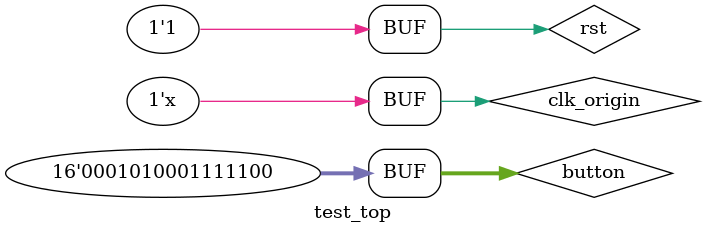
<source format=v>
`timescale 1ns / 1ps

module test_top();
    
    reg clk_origin;
    reg rst;
    reg [15:0] button;
    wire [15:0] hamming_dec;
    wire hamming_wave;
    wire interres_wave;

    initial begin
        clk_origin <= 1;
        button <= 16'b0001_0100_0111_1100;
        rst <= 0;
        #5
        rst <= 1;
    end
    
    always #10 clk_origin = ~clk_origin;

    top top_0 (
        .clk_origin(clk_origin),
        .rst(rst),
        .button(button),
        .hamming_dec(hamming_dec),
        .hamming_wave(hamming_wave),
        .interres_wave(interres_wave)
    );
    
endmodule

</source>
